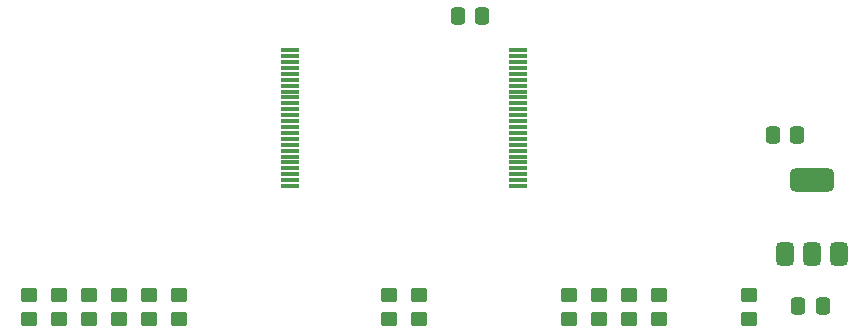
<source format=gbr>
G04 #@! TF.GenerationSoftware,KiCad,Pcbnew,9.0.6*
G04 #@! TF.CreationDate,2025-12-11T13:31:27+05:00*
G04 #@! TF.ProjectId,SEGA-Simple-Cart,53454741-2d53-4696-9d70-6c652d436172,rev?*
G04 #@! TF.SameCoordinates,Original*
G04 #@! TF.FileFunction,Paste,Top*
G04 #@! TF.FilePolarity,Positive*
%FSLAX46Y46*%
G04 Gerber Fmt 4.6, Leading zero omitted, Abs format (unit mm)*
G04 Created by KiCad (PCBNEW 9.0.6) date 2025-12-11 13:31:27*
%MOMM*%
%LPD*%
G01*
G04 APERTURE LIST*
G04 Aperture macros list*
%AMRoundRect*
0 Rectangle with rounded corners*
0 $1 Rounding radius*
0 $2 $3 $4 $5 $6 $7 $8 $9 X,Y pos of 4 corners*
0 Add a 4 corners polygon primitive as box body*
4,1,4,$2,$3,$4,$5,$6,$7,$8,$9,$2,$3,0*
0 Add four circle primitives for the rounded corners*
1,1,$1+$1,$2,$3*
1,1,$1+$1,$4,$5*
1,1,$1+$1,$6,$7*
1,1,$1+$1,$8,$9*
0 Add four rect primitives between the rounded corners*
20,1,$1+$1,$2,$3,$4,$5,0*
20,1,$1+$1,$4,$5,$6,$7,0*
20,1,$1+$1,$6,$7,$8,$9,0*
20,1,$1+$1,$8,$9,$2,$3,0*%
G04 Aperture macros list end*
%ADD10RoundRect,0.250000X-0.450000X0.350000X-0.450000X-0.350000X0.450000X-0.350000X0.450000X0.350000X0*%
%ADD11RoundRect,0.250000X-0.337500X-0.475000X0.337500X-0.475000X0.337500X0.475000X-0.337500X0.475000X0*%
%ADD12RoundRect,0.075000X-0.712500X-0.075000X0.712500X-0.075000X0.712500X0.075000X-0.712500X0.075000X0*%
%ADD13RoundRect,0.250000X0.337500X0.475000X-0.337500X0.475000X-0.337500X-0.475000X0.337500X-0.475000X0*%
%ADD14RoundRect,0.375000X0.375000X-0.625000X0.375000X0.625000X-0.375000X0.625000X-0.375000X-0.625000X0*%
%ADD15RoundRect,0.500000X1.400000X-0.500000X1.400000X0.500000X-1.400000X0.500000X-1.400000X-0.500000X0*%
G04 APERTURE END LIST*
D10*
X93980000Y-78502000D03*
X93980000Y-80502000D03*
D11*
X79480500Y-54864000D03*
X81555500Y-54864000D03*
D10*
X76200000Y-78502000D03*
X76200000Y-80502000D03*
D12*
X65242500Y-57750000D03*
X65242500Y-58250000D03*
X65242500Y-58750000D03*
X65242500Y-59250000D03*
X65242500Y-59750000D03*
X65242500Y-60250000D03*
X65242500Y-60750000D03*
X65242500Y-61250000D03*
X65242500Y-61750000D03*
X65242500Y-62250000D03*
X65242500Y-62750000D03*
X65242500Y-63250000D03*
X65242500Y-63750000D03*
X65242500Y-64250000D03*
X65242500Y-64750000D03*
X65242500Y-65250000D03*
X65242500Y-65750000D03*
X65242500Y-66250000D03*
X65242500Y-66750000D03*
X65242500Y-67250000D03*
X65242500Y-67750000D03*
X65242500Y-68250000D03*
X65242500Y-68750000D03*
X65242500Y-69250000D03*
X84617500Y-69250000D03*
X84617500Y-68750000D03*
X84617500Y-68250000D03*
X84617500Y-67750000D03*
X84617500Y-67250000D03*
X84617500Y-66750000D03*
X84617500Y-66250000D03*
X84617500Y-65750000D03*
X84617500Y-65250000D03*
X84617500Y-64750000D03*
X84617500Y-64250000D03*
X84617500Y-63750000D03*
X84617500Y-63250000D03*
X84617500Y-62750000D03*
X84617500Y-62250000D03*
X84617500Y-61750000D03*
X84617500Y-61250000D03*
X84617500Y-60750000D03*
X84617500Y-60250000D03*
X84617500Y-59750000D03*
X84617500Y-59250000D03*
X84617500Y-58750000D03*
X84617500Y-58250000D03*
X84617500Y-57750000D03*
D10*
X45720000Y-78502000D03*
X45720000Y-80502000D03*
X50800000Y-78502000D03*
X50800000Y-80502000D03*
X55880000Y-78502000D03*
X55880000Y-80502000D03*
X88900000Y-78502000D03*
X88900000Y-80502000D03*
X91440000Y-78502000D03*
X91440000Y-80502000D03*
X48260000Y-78502000D03*
X48260000Y-80502000D03*
X104140000Y-78502000D03*
X104140000Y-80502000D03*
D13*
X108225500Y-64897000D03*
X106150500Y-64897000D03*
D10*
X43180000Y-78502000D03*
X43180000Y-80502000D03*
X53340000Y-78502000D03*
X53340000Y-80502000D03*
X73660000Y-78502000D03*
X73660000Y-80502000D03*
D13*
X110384500Y-79375000D03*
X108309500Y-79375000D03*
D10*
X96520000Y-78502000D03*
X96520000Y-80502000D03*
D14*
X107174000Y-75032000D03*
X109474000Y-75032000D03*
D15*
X109474000Y-68732000D03*
D14*
X111774000Y-75032000D03*
M02*

</source>
